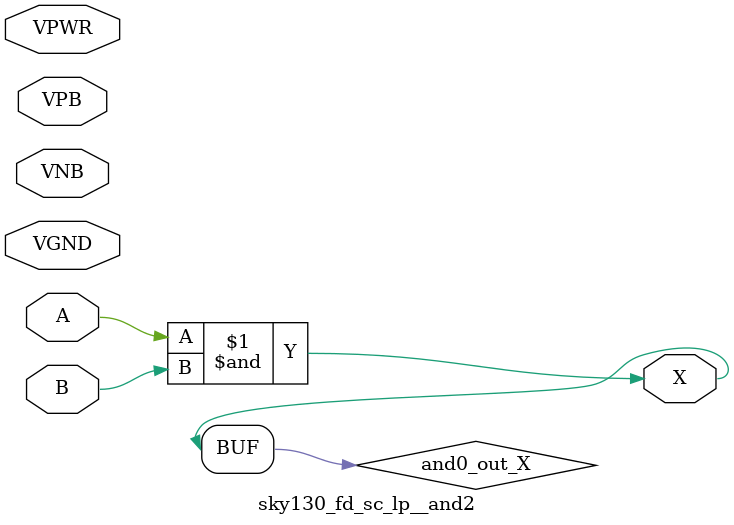
<source format=v>

module sky130_fd_sc_lp__and2 (
    X   ,
    A   ,
    B   ,
    VPWR,
    VGND,
    VPB ,
    VNB
);

    // Module ports
    output X   ;
    input  A   ;
    input  B   ;
    input  VPWR;
    input  VGND;
    input  VPB ;
    input  VNB ;

    // Local signals
    wire and0_out_X       ;

    //                                 Name         Output             Other arguments
    and                                and0        (and0_out_X       , A, B                  );
    buf                                buf0        (X                , and0_out_X     );

endmodule

</source>
